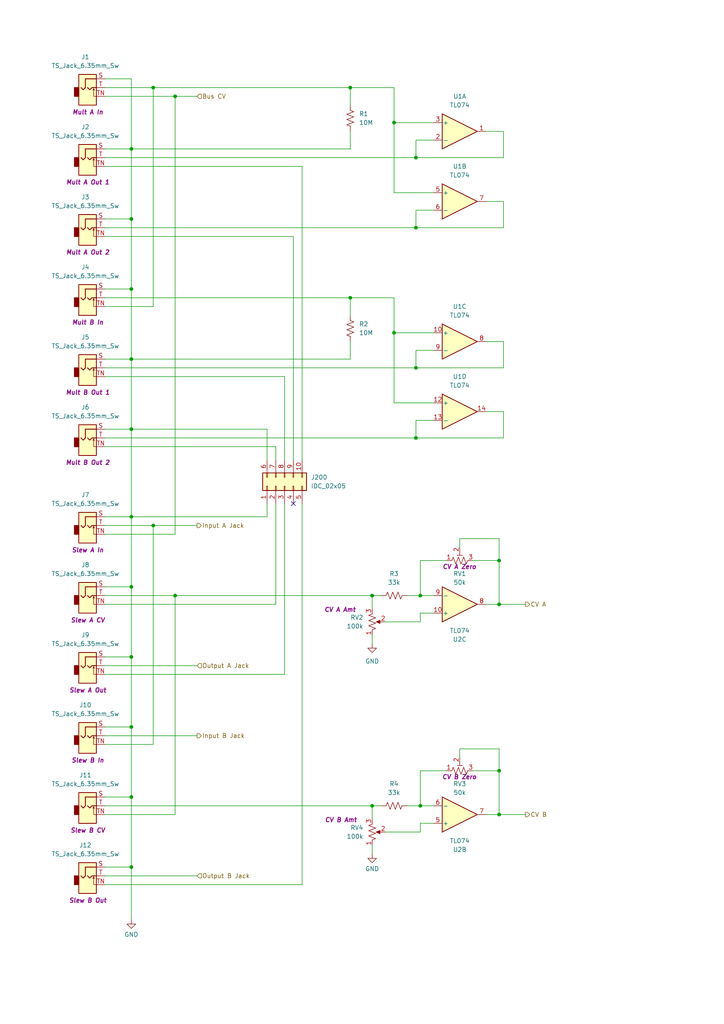
<source format=kicad_sch>
(kicad_sch (version 20250114) (generator "eeschema") (generator_version "9.0")
  (paper "A4" portrait)
  (title_block (company "DMH Instruments") (comment 1 "PCB for 5 cm Kosmo format synthesizer module"))
  (lib_symbols
    (symbol "Amplifier_Operational:TL074" (pin_names (offset 0.127))
      (property "Reference" "U" (at 0 5.08 0))
      (property "Value" "TL074" (at 0 -5.08 0))
      (symbol "TL074_1_1"
        (polyline (pts (xy -5.08 5.08) (xy 5.08 0) (xy -5.08 -5.08) (xy -5.08 5.08)) (stroke (width 0.254)) (fill (type background)))
        (pin input line (at -7.62 2.54 0) (length 2.54) (name "+") (number "3"))
        (pin input line (at -7.62 -2.54 0) (length 2.54) (name "-") (number "2"))
        (pin output line (at 7.62 0 180) (length 2.54) (name "~") (number "1"))
      )
      (symbol "TL074_2_1"
        (polyline (pts (xy -5.08 5.08) (xy 5.08 0) (xy -5.08 -5.08) (xy -5.08 5.08)) (stroke (width 0.254)) (fill (type background)))
        (pin input line (at -7.62 2.54 0) (length 2.54) (name "+") (number "5"))
        (pin input line (at -7.62 -2.54 0) (length 2.54) (name "-") (number "6"))
        (pin output line (at 7.62 0 180) (length 2.54) (name "~") (number "7"))
      )
      (symbol "TL074_3_1"
        (polyline (pts (xy -5.08 5.08) (xy 5.08 0) (xy -5.08 -5.08) (xy -5.08 5.08)) (stroke (width 0.254)) (fill (type background)))
        (pin input line (at -7.62 2.54 0) (length 2.54) (name "+") (number "10"))
        (pin input line (at -7.62 -2.54 0) (length 2.54) (name "-") (number "9"))
        (pin output line (at 7.62 0 180) (length 2.54) (name "~") (number "8"))
      )
      (symbol "TL074_4_1"
        (polyline (pts (xy -5.08 5.08) (xy 5.08 0) (xy -5.08 -5.08) (xy -5.08 5.08)) (stroke (width 0.254)) (fill (type background)))
        (pin input line (at -7.62 2.54 0) (length 2.54) (name "+") (number "12"))
        (pin input line (at -7.62 -2.54 0) (length 2.54) (name "-") (number "13"))
        (pin output line (at 7.62 0 180) (length 2.54) (name "~") (number "14"))
      )
      (symbol "TL074_5_1"
        (pin power_in line (at -2.54 7.62 270) (length 3.81) (name "V+") (number "4"))
        (pin power_in line (at -2.54 -7.62 90) (length 3.81) (name "V-") (number "11"))
      )
    )
    (symbol "Device:R_Potentiometer_Trim_US" (pin_names (offset 1.016) (hide yes))
      (property "Reference" "RV" (at -4.445 0 90))
      (property "Value" "R_Potentiometer_Trim_US" (at -2.54 0 90))
      (symbol "R_Potentiometer_Trim_US_0_1"
        (polyline (pts (xy 0 2.286) (xy 0 2.54)))
        (polyline (pts (xy 0 2.286) (xy 1.016 1.905) (xy 0 1.524) (xy -1.016 1.143) (xy 0 0.762)))
        (polyline (pts (xy 0 0.762) (xy 1.016 0.381) (xy 0 0) (xy -1.016 -0.381) (xy 0 -0.762)))
        (polyline (pts (xy 0 -0.762) (xy 1.016 -1.143) (xy 0 -1.524) (xy -1.016 -1.905) (xy 0 -2.286)))
        (polyline (pts (xy 0 -2.286) (xy 0 -2.54)))
        (polyline (pts (xy 1.524 0.762) (xy 1.524 -0.762)))
        (polyline (pts (xy 2.54 0) (xy 1.524 0)))
      )
      (symbol "R_Potentiometer_Trim_US_1_1"
        (pin passive line (at 0 3.81 270) (length 1.27) (name "1") (number "1"))
        (pin passive line (at 0 -3.81 90) (length 1.27) (name "3") (number "3"))
        (pin passive line (at 3.81 0 180) (length 1.27) (name "2") (number "2"))
      )
    )
    (symbol "Device:R_Potentiometer_US" (pin_names (offset 1.016) (hide yes))
      (property "Reference" "RV" (at -4.445 0 90))
      (property "Value" "R_Potentiometer_US" (at -2.54 0 90))
      (symbol "R_Potentiometer_US_0_1"
        (polyline (pts (xy 0 2.54) (xy 0 2.286)))
        (polyline (pts (xy 0 2.286) (xy 1.016 1.905) (xy 0 1.524) (xy -1.016 1.143) (xy 0 0.762)))
        (polyline (pts (xy 0 0.762) (xy 1.016 0.381) (xy 0 0) (xy -1.016 -0.381) (xy 0 -0.762)))
        (polyline (pts (xy 0 -0.762) (xy 1.016 -1.143) (xy 0 -1.524) (xy -1.016 -1.905) (xy 0 -2.286)))
        (polyline (pts (xy 0 -2.286) (xy 0 -2.54)))
        (polyline (pts (xy 1.143 0) (xy 2.286 0.508) (xy 2.286 -0.508) (xy 1.143 0)) (fill (type outline)))
        (polyline (pts (xy 2.54 0) (xy 1.524 0)))
      )
      (symbol "R_Potentiometer_US_1_1"
        (pin passive line (at 0 3.81 270) (length 1.27) (name "1") (number "1"))
        (pin passive line (at 0 -3.81 90) (length 1.27) (name "3") (number "3"))
        (pin passive line (at 3.81 0 180) (length 1.27) (name "2") (number "2"))
      )
    )
    (symbol "Device:R_US" (pin_numbers (hide yes)) (pin_names (offset 0))
      (property "Reference" "R" (at 2.54 0 90))
      (property "Value" "R_US" (at -2.54 0 90))
      (symbol "R_US_0_1"
        (polyline (pts (xy 0 2.286) (xy 0 2.54)))
        (polyline (pts (xy 0 2.286) (xy 1.016 1.905) (xy 0 1.524) (xy -1.016 1.143) (xy 0 0.762)))
        (polyline (pts (xy 0 0.762) (xy 1.016 0.381) (xy 0 0) (xy -1.016 -0.381) (xy 0 -0.762)))
        (polyline (pts (xy 0 -0.762) (xy 1.016 -1.143) (xy 0 -1.524) (xy -1.016 -1.905) (xy 0 -2.286)))
        (polyline (pts (xy 0 -2.286) (xy 0 -2.54)))
      )
      (symbol "R_US_1_1"
        (pin passive line (at 0 3.81 270) (length 1.27) (name "~") (number "1"))
        (pin passive line (at 0 -3.81 90) (length 1.27) (name "~") (number "2"))
      )
    )
    (symbol "SynthStuff:BackBone_Connector_10Pin" (pin_names (offset 1.016) (hide yes))
      (property "Reference" "J" (at 0 -10.922 0))
      (property "Value" "IDC_02x05" (at 0 -8.382 0))
      (symbol "BackBone_Connector_10Pin_1_1"
        (rectangle (start -2.54 6.35) (end 2.54 -6.35) (stroke (width 0.254)) (fill (type background)))
        (rectangle (start -2.54 5.207) (end -1.27 4.953) (stroke (width 0.1524)))
        (rectangle (start -2.54 2.667) (end -1.27 2.413) (stroke (width 0.1524)))
        (rectangle (start -2.54 0.127) (end -1.27 -0.127) (stroke (width 0.1524)))
        (rectangle (start -2.54 -2.413) (end -1.27 -2.667) (stroke (width 0.1524)))
        (rectangle (start -2.54 -4.953) (end -1.27 -5.207) (stroke (width 0.1524)))
        (rectangle (start 2.54 5.207) (end 1.27 4.953) (stroke (width 0.1524)))
        (rectangle (start 2.54 2.667) (end 1.27 2.413) (stroke (width 0.1524)))
        (rectangle (start 2.54 0.127) (end 1.27 -0.127) (stroke (width 0.1524)))
        (rectangle (start 2.54 -2.413) (end 1.27 -2.667) (stroke (width 0.1524)))
        (rectangle (start 2.54 -4.953) (end 1.27 -5.207) (stroke (width 0.1524)))
        (pin passive line (at -6.35 5.08 0) (length 3.81) (name "Pin_1") (number "1"))
        (pin passive line (at -6.35 2.54 0) (length 3.81) (name "Pin_2") (number "2"))
        (pin passive line (at -6.35 0 0) (length 3.81) (name "Pin_3") (number "3"))
        (pin passive line (at -6.35 -2.54 0) (length 3.81) (name "Pin_4") (number "4"))
        (pin passive line (at -6.35 -5.08 0) (length 3.81) (name "Pin_5") (number "5"))
        (pin passive line (at 6.35 5.08 180) (length 3.81) (name "Pin_6") (number "6"))
        (pin passive line (at 6.35 2.54 180) (length 3.81) (name "Pin_7") (number "7"))
        (pin passive line (at 6.35 0 180) (length 3.81) (name "Pin_8") (number "8"))
        (pin passive line (at 6.35 -2.54 180) (length 3.81) (name "Pin_9") (number "9"))
        (pin passive line (at 6.35 -5.08 180) (length 3.81) (name "Pin_10") (number "10"))
      )
    )
    (symbol "SynthStuff:TS_Jack_6.35mm_Sw"
      (property "Reference" "J" (at -0.635 8.89 0))
      (property "Value" "TS_Jack_6.35mm_Sw" (at -0.635 6.35 0))
      (symbol "TS_Jack_6.35mm_Sw_0_1"
        (rectangle (start -2.54 0) (end -3.81 -2.54) (stroke (width 0.254)) (fill (type outline)))
        (polyline (pts (xy 0 0) (xy 0.635 -0.635) (xy 1.27 0) (xy 2.54 0)) (stroke (width 0.254)))
        (polyline (pts (xy 1.778 -0.254) (xy 2.032 -0.762)))
        (rectangle (start 2.54 3.81) (end -2.54 -5.08) (stroke (width 0.254)) (fill (type background)))
        (polyline (pts (xy 2.54 2.54) (xy -0.635 2.54) (xy -0.635 0) (xy -1.27 -0.635) (xy -1.905 0)) (stroke (width 0.254)))
        (polyline (pts (xy 2.54 -2.54) (xy 1.778 -2.54) (xy 1.778 -0.254) (xy 1.524 -0.762)))
      )
      (symbol "TS_Jack_6.35mm_Sw_1_1"
        (pin passive line (at 5.08 2.54 180) (length 2.54) (name "~") (number "S"))
        (pin passive line (at 5.08 0 180) (length 2.54) (name "~") (number "T"))
        (pin passive line (at 5.08 -2.54 180) (length 2.54) (name "~") (number "TN"))
      )
    )
    (symbol "power:GND" (power) (pin_numbers (hide yes)) (pin_names (offset 0) (hide yes))
      (property "Value" "GND" (at 0 -3.81 0))
      (symbol "GND_0_1"
        (polyline (pts (xy 0 0) (xy 0 -1.27) (xy 1.27 -1.27) (xy 0 -2.54) (xy -1.27 -1.27) (xy 0 -1.27)))
      )
      (symbol "GND_1_1"
        (pin power_in line (at 0 0 270) (length 0) (name "~") (number "1"))
      )
    )
  )
  (junction (at 50.8 27.94))
  (junction (at 144.78 223.52))
  (junction (at 38.1 149.86))
  (junction (at 144.78 162.56))
  (junction (at 144.78 236.22))
  (junction (at 38.1 251.46))
  (junction (at 38.1 43.18))
  (junction (at 38.1 231.14))
  (junction (at 114.3 96.52))
  (junction (at 44.45 152.4))
  (junction (at 38.1 83.82))
  (junction (at 120.65 127))
  (junction (at 38.1 190.5))
  (junction (at 38.1 124.46))
  (junction (at 44.45 25.4))
  (junction (at 50.8 172.72))
  (junction (at 121.92 172.72))
  (junction (at 120.65 66.04))
  (junction (at 144.78 175.26))
  (junction (at 114.3 35.56))
  (junction (at 38.1 63.5))
  (junction (at 38.1 104.14))
  (junction (at 38.1 210.82))
  (junction (at 107.95 172.72))
  (junction (at 120.65 45.72))
  (junction (at 107.95 233.68))
  (junction (at 38.1 170.18))
  (junction (at 120.65 106.68))
  (junction (at 101.6 25.4))
  (junction (at 101.6 86.36))
  (junction (at 121.92 233.68))
  (no_connect (at 85.09 146.05))
  (wire (pts (xy 77.47 124.46) (xy 38.1 124.46)))
  (wire (pts (xy 125.73 101.6) (xy 120.65 101.6)))
  (wire (pts (xy 30.48 66.04) (xy 120.65 66.04)))
  (wire (pts (xy 38.1 251.46) (xy 38.1 231.14)))
  (wire (pts (xy 30.48 109.22) (xy 82.55 109.22)))
  (wire (pts (xy 30.48 172.72) (xy 50.8 172.72)))
  (wire (pts (xy 30.48 190.5) (xy 38.1 190.5)))
  (wire (pts (xy 82.55 195.58) (xy 82.55 146.05)))
  (wire (pts (xy 77.47 133.35) (xy 77.47 124.46)))
  (wire (pts (xy 30.48 233.68) (xy 107.95 233.68)))
  (wire (pts (xy 30.48 175.26) (xy 80.01 175.26)))
  (wire (pts (xy 30.48 25.4) (xy 44.45 25.4)))
  (wire (pts (xy 144.78 217.17) (xy 144.78 223.52)))
  (wire (pts (xy 114.3 55.88) (xy 114.3 35.56)))
  (wire (pts (xy 30.48 106.68) (xy 120.65 106.68)))
  (wire (pts (xy 146.05 38.1) (xy 140.97 38.1)))
  (wire (pts (xy 121.92 238.76) (xy 125.73 238.76)))
  (wire (pts (xy 111.76 241.3) (xy 121.92 241.3)))
  (wire (pts (xy 118.11 172.72) (xy 121.92 172.72)))
  (wire (pts (xy 30.48 129.54) (xy 80.01 129.54)))
  (wire (pts (xy 38.1 170.18) (xy 38.1 149.86)))
  (wire (pts (xy 125.73 96.52) (xy 114.3 96.52)))
  (wire (pts (xy 30.48 251.46) (xy 38.1 251.46)))
  (wire (pts (xy 30.48 231.14) (xy 38.1 231.14)))
  (wire (pts (xy 30.48 195.58) (xy 82.55 195.58)))
  (wire (pts (xy 146.05 106.68) (xy 146.05 99.06)))
  (wire (pts (xy 30.48 43.18) (xy 38.1 43.18)))
  (wire (pts (xy 30.48 236.22) (xy 50.8 236.22)))
  (wire (pts (xy 30.48 63.5) (xy 38.1 63.5)))
  (wire (pts (xy 85.09 68.58) (xy 85.09 133.35)))
  (wire (pts (xy 120.65 101.6) (xy 120.65 106.68)))
  (wire (pts (xy 80.01 175.26) (xy 80.01 146.05)))
  (wire (pts (xy 146.05 127) (xy 146.05 119.38)))
  (wire (pts (xy 114.3 116.84) (xy 114.3 96.52)))
  (wire (pts (xy 30.48 68.58) (xy 85.09 68.58)))
  (wire (pts (xy 101.6 104.14) (xy 38.1 104.14)))
  (wire (pts (xy 146.05 119.38) (xy 140.97 119.38)))
  (wire (pts (xy 87.63 256.54) (xy 87.63 146.05)))
  (wire (pts (xy 144.78 162.56) (xy 144.78 175.26)))
  (wire (pts (xy 146.05 66.04) (xy 146.05 58.42)))
  (wire (pts (xy 120.65 127) (xy 146.05 127)))
  (wire (pts (xy 125.73 60.96) (xy 120.65 60.96)))
  (wire (pts (xy 80.01 129.54) (xy 80.01 133.35)))
  (wire (pts (xy 50.8 154.94) (xy 50.8 27.94)))
  (wire (pts (xy 44.45 88.9) (xy 44.45 25.4)))
  (wire (pts (xy 125.73 55.88) (xy 114.3 55.88)))
  (wire (pts (xy 121.92 233.68) (xy 125.73 233.68)))
  (wire (pts (xy 121.92 162.56) (xy 121.92 172.72)))
  (wire (pts (xy 120.65 66.04) (xy 146.05 66.04)))
  (wire (pts (xy 30.48 213.36) (xy 57.15 213.36)))
  (wire (pts (xy 114.3 35.56) (xy 125.73 35.56)))
  (wire (pts (xy 107.95 233.68) (xy 110.49 233.68)))
  (wire (pts (xy 101.6 25.4) (xy 114.3 25.4)))
  (wire (pts (xy 114.3 35.56) (xy 114.3 25.4)))
  (wire (pts (xy 146.05 45.72) (xy 146.05 38.1)))
  (wire (pts (xy 144.78 175.26) (xy 152.4 175.26)))
  (wire (pts (xy 120.65 121.92) (xy 120.65 127)))
  (wire (pts (xy 30.48 170.18) (xy 38.1 170.18)))
  (wire (pts (xy 50.8 172.72) (xy 107.95 172.72)))
  (wire (pts (xy 144.78 156.21) (xy 144.78 162.56)))
  (wire (pts (xy 87.63 48.26) (xy 87.63 133.35)))
  (wire (pts (xy 30.48 83.82) (xy 38.1 83.82)))
  (wire (pts (xy 38.1 63.5) (xy 38.1 43.18)))
  (wire (pts (xy 121.92 180.34) (xy 121.92 177.8)))
  (wire (pts (xy 120.65 40.64) (xy 120.65 45.72)))
  (wire (pts (xy 121.92 223.52) (xy 129.54 223.52)))
  (wire (pts (xy 50.8 27.94) (xy 57.15 27.94)))
  (wire (pts (xy 101.6 30.48) (xy 101.6 25.4)))
  (wire (pts (xy 146.05 58.42) (xy 140.97 58.42)))
  (wire (pts (xy 137.16 223.52) (xy 144.78 223.52)))
  (wire (pts (xy 30.48 256.54) (xy 87.63 256.54)))
  (wire (pts (xy 38.1 124.46) (xy 38.1 104.14)))
  (wire (pts (xy 121.92 172.72) (xy 125.73 172.72)))
  (wire (pts (xy 146.05 99.06) (xy 140.97 99.06)))
  (wire (pts (xy 133.35 217.17) (xy 144.78 217.17)))
  (wire (pts (xy 30.48 210.82) (xy 38.1 210.82)))
  (wire (pts (xy 107.95 233.68) (xy 107.95 237.49)))
  (wire (pts (xy 144.78 236.22) (xy 152.4 236.22)))
  (wire (pts (xy 30.48 88.9) (xy 44.45 88.9)))
  (wire (pts (xy 30.48 154.94) (xy 50.8 154.94)))
  (wire (pts (xy 38.1 149.86) (xy 38.1 124.46)))
  (wire (pts (xy 120.65 106.68) (xy 146.05 106.68)))
  (wire (pts (xy 111.76 180.34) (xy 121.92 180.34)))
  (wire (pts (xy 38.1 104.14) (xy 38.1 83.82)))
  (wire (pts (xy 133.35 158.75) (xy 133.35 156.21)))
  (wire (pts (xy 118.11 233.68) (xy 121.92 233.68)))
  (wire (pts (xy 101.6 43.18) (xy 38.1 43.18)))
  (wire (pts (xy 125.73 121.92) (xy 120.65 121.92)))
  (wire (pts (xy 30.48 104.14) (xy 38.1 104.14)))
  (wire (pts (xy 133.35 156.21) (xy 144.78 156.21)))
  (wire (pts (xy 114.3 86.36) (xy 101.6 86.36)))
  (wire (pts (xy 44.45 25.4) (xy 101.6 25.4)))
  (wire (pts (xy 38.1 231.14) (xy 38.1 210.82)))
  (wire (pts (xy 101.6 99.06) (xy 101.6 104.14)))
  (wire (pts (xy 121.92 223.52) (xy 121.92 233.68)))
  (wire (pts (xy 30.48 48.26) (xy 87.63 48.26)))
  (wire (pts (xy 107.95 172.72) (xy 110.49 172.72)))
  (wire (pts (xy 144.78 175.26) (xy 140.97 175.26)))
  (wire (pts (xy 30.48 27.94) (xy 50.8 27.94)))
  (wire (pts (xy 30.48 149.86) (xy 38.1 149.86)))
  (wire (pts (xy 144.78 236.22) (xy 140.97 236.22)))
  (wire (pts (xy 38.1 83.82) (xy 38.1 63.5)))
  (wire (pts (xy 82.55 109.22) (xy 82.55 133.35)))
  (wire (pts (xy 107.95 184.15) (xy 107.95 186.69)))
  (wire (pts (xy 38.1 149.86) (xy 77.47 149.86)))
  (wire (pts (xy 125.73 40.64) (xy 120.65 40.64)))
  (wire (pts (xy 30.48 254) (xy 57.15 254)))
  (wire (pts (xy 38.1 22.86) (xy 30.48 22.86)))
  (wire (pts (xy 30.48 124.46) (xy 38.1 124.46)))
  (wire (pts (xy 107.95 245.11) (xy 107.95 247.65)))
  (wire (pts (xy 125.73 116.84) (xy 114.3 116.84)))
  (wire (pts (xy 144.78 223.52) (xy 144.78 236.22)))
  (wire (pts (xy 38.1 43.18) (xy 38.1 22.86)))
  (wire (pts (xy 44.45 152.4) (xy 57.15 152.4)))
  (wire (pts (xy 44.45 215.9) (xy 30.48 215.9)))
  (wire (pts (xy 120.65 60.96) (xy 120.65 66.04)))
  (wire (pts (xy 101.6 38.1) (xy 101.6 43.18)))
  (wire (pts (xy 101.6 86.36) (xy 101.6 91.44)))
  (wire (pts (xy 114.3 96.52) (xy 114.3 86.36)))
  (wire (pts (xy 107.95 172.72) (xy 107.95 176.53)))
  (wire (pts (xy 30.48 152.4) (xy 44.45 152.4)))
  (wire (pts (xy 44.45 152.4) (xy 44.45 215.9)))
  (wire (pts (xy 30.48 45.72) (xy 120.65 45.72)))
  (wire (pts (xy 121.92 162.56) (xy 129.54 162.56)))
  (wire (pts (xy 30.48 127) (xy 120.65 127)))
  (wire (pts (xy 30.48 86.36) (xy 101.6 86.36)))
  (wire (pts (xy 137.16 162.56) (xy 144.78 162.56)))
  (wire (pts (xy 38.1 266.7) (xy 38.1 251.46)))
  (wire (pts (xy 133.35 219.71) (xy 133.35 217.17)))
  (wire (pts (xy 38.1 210.82) (xy 38.1 190.5)))
  (wire (pts (xy 121.92 177.8) (xy 125.73 177.8)))
  (wire (pts (xy 121.92 241.3) (xy 121.92 238.76)))
  (wire (pts (xy 50.8 236.22) (xy 50.8 172.72)))
  (wire (pts (xy 30.48 193.04) (xy 57.15 193.04)))
  (wire (pts (xy 38.1 190.5) (xy 38.1 170.18)))
  (wire (pts (xy 77.47 146.05) (xy 77.47 149.86)))
  (wire (pts (xy 120.65 45.72) (xy 146.05 45.72)))
  (hierarchical_label "Output A Jack" (shape input) (at 57.15 193.04 0))
  (hierarchical_label "CV B" (shape output) (at 152.4 236.22 0))
  (hierarchical_label "Input B Jack" (shape output) (at 57.15 213.36 0))
  (hierarchical_label "CV A" (shape output) (at 152.4 175.26 0))
  (hierarchical_label "Output B Jack" (shape input) (at 57.15 254 0))
  (hierarchical_label "Input A Jack" (shape output) (at 57.15 152.4 0))
  (hierarchical_label "Bus CV" (shape input) (at 57.15 27.94 0))
  (symbol (lib_id "SynthStuff:TS_Jack_6.35mm_Sw") (at 25.4 233.68 0) (unit 1)
    (property "Reference" "J11" (at 24.765 224.79 0))
    (property "Value" "TS_Jack_6.35mm_Sw" (at 24.765 227.33 0))
    (property "Footprint" "SynthStuff:CUI_MJ-63052A" (effects (hide yes)))
    (property "Description" "Audio Jack, 2 Poles (Mono / TS), Switched T Pole (Normalling), 6.35mm, 1/4inch" (effects (hide yes)))
    (property "Function" "Slew B CV" (at 25.4 240.792 0) (effects (font (thickness 0.254) (bold yes) (italic yes))))
  )
  (symbol (lib_id "Amplifier_Operational:TL074") (at 133.35 236.22 0) (mirror x) (unit 2) (on_board no)
    (property "Reference" "U2" (at 133.35 246.38 0))
    (property "Value" "TL074" (at 133.35 243.84 0))
    (property "Footprint" "Package_DIP:DIP-14_W7.62mm_Socket" (effects (hide yes)))
    (property "Datasheet" "http://www.ti.com/lit/ds/symlink/tl071.pdf" (effects (hide yes)))
    (property "Description" "Quad Low-Noise JFET-Input Operational Amplifiers, DIP-14/SOIC-14" (effects (hide yes)))
  )
  (symbol (lib_id "Device:R_US") (at 114.3 233.68 90) (unit 1) (on_board no)
    (property "Reference" "R4" (at 114.3 227.33 90))
    (property "Value" "33k" (at 114.3 229.87 90))
    (property "Footprint" "Resistor_THT:R_Axial_DIN0207_L6.3mm_D2.5mm_P7.62mm_Horizontal" (effects (hide yes)))
    (property "Description" "Resistor, US symbol" (effects (hide yes)))
  )
  (symbol (lib_id "Device:R_US") (at 101.6 34.29 180) (unit 1) (on_board no)
    (property "Reference" "R1" (at 104.14 33.0199 0) (effects (justify right)))
    (property "Value" "10M" (at 104.14 35.5599 0) (effects (justify right)))
    (property "Footprint" "Resistor_THT:R_Axial_DIN0207_L6.3mm_D2.5mm_P7.62mm_Horizontal" (effects (hide yes)))
    (property "Description" "Resistor, US symbol" (effects (hide yes)))
  )
  (symbol (lib_id "SynthStuff:TS_Jack_6.35mm_Sw") (at 25.4 254 0) (unit 1)
    (property "Reference" "J12" (at 24.765 245.11 0))
    (property "Value" "TS_Jack_6.35mm_Sw" (at 24.765 247.65 0))
    (property "Footprint" "SynthStuff:CUI_MJ-63052A" (effects (hide yes)))
    (property "Description" "Audio Jack, 2 Poles (Mono / TS), Switched T Pole (Normalling), 6.35mm, 1/4inch" (effects (hide yes)))
    (property "Function" "Slew B Out" (at 25.4 261.112 0) (effects (font (thickness 0.254) (bold yes) (italic yes))))
  )
  (symbol (lib_id "Amplifier_Operational:TL074") (at 133.35 119.38 0) (unit 4)
    (property "Reference" "U1" (at 133.35 109.22 0))
    (property "Value" "TL074" (at 133.35 111.76 0))
    (property "Footprint" "Package_DIP:DIP-14_W7.62mm_Socket" (effects (hide yes)))
    (property "Datasheet" "http://www.ti.com/lit/ds/symlink/tl071.pdf" (effects (hide yes)))
    (property "Description" "Quad Low-Noise JFET-Input Operational Amplifiers, DIP-14/SOIC-14" (effects (hide yes)))
  )
  (symbol (lib_id "SynthStuff:BackBone_Connector_10Pin") (at 82.55 139.7 90) (unit 1)
    (property "Reference" "J200" (at 90.17 138.4299 90) (effects (justify right)))
    (property "Value" "IDC_02x05" (at 90.17 140.9699 90) (effects (justify right)))
    (property "Footprint" "SynthStuff:IDC-Header_2x05_P2.54mm_Vertical_BackBone" (effects (hide yes)))
    (property "Description" "IDC jack, 2x5 pins, row a carries same signals as row b." (effects (hide yes)))
  )
  (symbol (lib_id "Amplifier_Operational:TL074") (at 133.35 58.42 0) (unit 2)
    (property "Reference" "U1" (at 133.35 48.26 0))
    (property "Value" "TL074" (at 133.35 50.8 0))
    (property "Footprint" "Package_DIP:DIP-14_W7.62mm_Socket" (effects (hide yes)))
    (property "Datasheet" "http://www.ti.com/lit/ds/symlink/tl071.pdf" (effects (hide yes)))
    (property "Description" "Quad Low-Noise JFET-Input Operational Amplifiers, DIP-14/SOIC-14" (effects (hide yes)))
  )
  (symbol (lib_id "SynthStuff:TS_Jack_6.35mm_Sw") (at 25.4 172.72 0) (unit 1)
    (property "Reference" "J8" (at 24.765 163.83 0))
    (property "Value" "TS_Jack_6.35mm_Sw" (at 24.765 166.37 0))
    (property "Footprint" "SynthStuff:CUI_MJ-63052A" (effects (hide yes)))
    (property "Description" "Audio Jack, 2 Poles (Mono / TS), Switched T Pole (Normalling), 6.35mm, 1/4inch" (effects (hide yes)))
    (property "Function" "Slew A CV" (at 25.4 179.832 0) (effects (font (thickness 0.254) (bold yes) (italic yes))))
  )
  (symbol (lib_id "Device:R_US") (at 114.3 172.72 90) (unit 1) (on_board no)
    (property "Reference" "R3" (at 114.3 166.37 90))
    (property "Value" "33k" (at 114.3 168.91 90))
    (property "Footprint" "Resistor_THT:R_Axial_DIN0207_L6.3mm_D2.5mm_P7.62mm_Horizontal" (effects (hide yes)))
    (property "Description" "Resistor, US symbol" (effects (hide yes)))
  )
  (symbol (lib_id "Device:R_Potentiometer_Trim_US") (at 133.35 162.56 90) (unit 1) (on_board no)
    (property "Reference" "RV1" (at 133.35 166.37 90))
    (property "Value" "50k" (at 133.35 168.91 90))
    (property "Footprint" "Potentiometer_THT:Potentiometer_Bourns_3296X_Horizontal" (effects (hide yes)))
    (property "Description" "Trim-potentiometer, US symbol" (effects (hide yes)))
    (property "Function" "CV A Zero" (at 133.35 164.338 90) (effects (font (thickness 0.254) (bold yes) (italic yes))))
  )
  (symbol (lib_id "SynthStuff:TS_Jack_6.35mm_Sw") (at 25.4 106.68 0) (unit 1)
    (property "Reference" "J5" (at 24.765 97.79 0))
    (property "Value" "TS_Jack_6.35mm_Sw" (at 24.765 100.33 0))
    (property "Footprint" "SynthStuff:CUI_MJ-63052A" (effects (hide yes)))
    (property "Description" "Audio Jack, 2 Poles (Mono / TS), Switched T Pole (Normalling), 6.35mm, 1/4inch" (effects (hide yes)))
    (property "Function" "Mult B Out 1" (at 25.4 113.792 0) (effects (font (thickness 0.254) (bold yes) (italic yes))))
  )
  (symbol (lib_id "SynthStuff:TS_Jack_6.35mm_Sw") (at 25.4 152.4 0) (unit 1)
    (property "Reference" "J7" (at 24.765 143.51 0))
    (property "Value" "TS_Jack_6.35mm_Sw" (at 24.765 146.05 0))
    (property "Footprint" "SynthStuff:CUI_MJ-63052A" (effects (hide yes)))
    (property "Description" "Audio Jack, 2 Poles (Mono / TS), Switched T Pole (Normalling), 6.35mm, 1/4inch" (effects (hide yes)))
    (property "Function" "Slew A In" (at 25.4 159.512 0) (effects (font (thickness 0.254) (bold yes) (italic yes))))
  )
  (symbol (lib_id "Amplifier_Operational:TL074") (at 133.35 38.1 0) (unit 1)
    (property "Reference" "U1" (at 133.35 27.94 0))
    (property "Value" "TL074" (at 133.35 30.48 0))
    (property "Footprint" "Package_DIP:DIP-14_W7.62mm_Socket" (effects (hide yes)))
    (property "Datasheet" "http://www.ti.com/lit/ds/symlink/tl071.pdf" (effects (hide yes)))
    (property "Description" "Quad Low-Noise JFET-Input Operational Amplifiers, DIP-14/SOIC-14" (effects (hide yes)))
  )
  (symbol (lib_id "SynthStuff:TS_Jack_6.35mm_Sw") (at 25.4 127 0) (unit 1)
    (property "Reference" "J6" (at 24.765 118.11 0))
    (property "Value" "TS_Jack_6.35mm_Sw" (at 24.765 120.65 0))
    (property "Footprint" "SynthStuff:CUI_MJ-63052A" (effects (hide yes)))
    (property "Description" "Audio Jack, 2 Poles (Mono / TS), Switched T Pole (Normalling), 6.35mm, 1/4inch" (effects (hide yes)))
    (property "Function" "Mult B Out 2" (at 25.4 134.112 0) (effects (font (thickness 0.254) (bold yes) (italic yes))))
  )
  (symbol (lib_id "power:GND") (at 38.1 266.7 0) (unit 1) (on_board no)
    (property "Reference" "#PWR03" (effects (hide yes)))
    (property "Value" "GND" (at 38.1 271.018 0))
    (property "Description" "Power symbol creates a global label with name \"GND\" , ground" (effects (hide yes)))
  )
  (symbol (lib_id "Device:R_Potentiometer_US") (at 107.95 241.3 0) (mirror x) (unit 1) (on_board no)
    (property "Reference" "RV4" (at 105.41 240.0299 0) (effects (justify right)))
    (property "Value" "100k" (at 105.41 242.5699 0) (effects (justify right)))
    (property "Footprint" "SynthStuff:Potentiometer_TT_P110KH1" (effects (hide yes)))
    (property "Description" "Potentiometer, US symbol" (effects (hide yes)))
    (property "Function" "CV B Amt" (at 98.806 237.744 0) (effects (font (thickness 0.254) (bold yes) (italic yes))))
  )
  (symbol (lib_id "Device:R_Potentiometer_Trim_US") (at 133.35 223.52 90) (unit 1) (on_board no)
    (property "Reference" "RV3" (at 133.35 227.33 90))
    (property "Value" "50k" (at 133.35 229.87 90))
    (property "Footprint" "Potentiometer_THT:Potentiometer_Bourns_3296X_Horizontal" (effects (hide yes)))
    (property "Description" "Trim-potentiometer, US symbol" (effects (hide yes)))
    (property "Function" "CV B Zero" (at 133.35 225.298 90) (effects (font (thickness 0.254) (bold yes) (italic yes))))
  )
  (symbol (lib_id "Device:R_US") (at 101.6 95.25 180) (unit 1) (on_board no)
    (property "Reference" "R2" (at 104.14 93.9799 0) (effects (justify right)))
    (property "Value" "10M" (at 104.14 96.5199 0) (effects (justify right)))
    (property "Footprint" "Resistor_THT:R_Axial_DIN0207_L6.3mm_D2.5mm_P7.62mm_Horizontal" (effects (hide yes)))
    (property "Description" "Resistor, US symbol" (effects (hide yes)))
  )
  (symbol (lib_id "power:GND") (at 107.95 247.65 0) (unit 1) (on_board no)
    (property "Reference" "#PWR088" (effects (hide yes)))
    (property "Value" "GND" (at 107.95 251.968 0))
    (property "Description" "Power symbol creates a global label with name \"GND\" , ground" (effects (hide yes)))
  )
  (symbol (lib_id "Amplifier_Operational:TL074") (at 133.35 175.26 0) (mirror x) (unit 3) (on_board no)
    (property "Reference" "U2" (at 133.35 185.42 0))
    (property "Value" "TL074" (at 133.35 182.88 0))
    (property "Footprint" "Package_DIP:DIP-14_W7.62mm_Socket" (effects (hide yes)))
    (property "Datasheet" "http://www.ti.com/lit/ds/symlink/tl071.pdf" (effects (hide yes)))
    (property "Description" "Quad Low-Noise JFET-Input Operational Amplifiers, DIP-14/SOIC-14" (effects (hide yes)))
  )
  (symbol (lib_id "SynthStuff:TS_Jack_6.35mm_Sw") (at 25.4 66.04 0) (unit 1)
    (property "Reference" "J3" (at 24.765 57.15 0))
    (property "Value" "TS_Jack_6.35mm_Sw" (at 24.765 59.69 0))
    (property "Footprint" "SynthStuff:CUI_MJ-63052A" (effects (hide yes)))
    (property "Description" "Audio Jack, 2 Poles (Mono / TS), Switched T Pole (Normalling), 6.35mm, 1/4inch" (effects (hide yes)))
    (property "Function" "Mult A Out 2" (at 25.4 73.152 0) (effects (font (thickness 0.254) (bold yes) (italic yes))))
  )
  (symbol (lib_id "SynthStuff:TS_Jack_6.35mm_Sw") (at 25.4 193.04 0) (unit 1)
    (property "Reference" "J9" (at 24.765 184.15 0))
    (property "Value" "TS_Jack_6.35mm_Sw" (at 24.765 186.69 0))
    (property "Footprint" "SynthStuff:CUI_MJ-63052A" (effects (hide yes)))
    (property "Description" "Audio Jack, 2 Poles (Mono / TS), Switched T Pole (Normalling), 6.35mm, 1/4inch" (effects (hide yes)))
    (property "Function" "Slew A Out" (at 25.4 200.152 0) (effects (font (thickness 0.254) (bold yes) (italic yes))))
  )
  (symbol (lib_id "Amplifier_Operational:TL074") (at 133.35 99.06 0) (unit 3)
    (property "Reference" "U1" (at 133.35 88.9 0))
    (property "Value" "TL074" (at 133.35 91.44 0))
    (property "Footprint" "Package_DIP:DIP-14_W7.62mm_Socket" (effects (hide yes)))
    (property "Datasheet" "http://www.ti.com/lit/ds/symlink/tl071.pdf" (effects (hide yes)))
    (property "Description" "Quad Low-Noise JFET-Input Operational Amplifiers, DIP-14/SOIC-14" (effects (hide yes)))
  )
  (symbol (lib_id "SynthStuff:TS_Jack_6.35mm_Sw") (at 25.4 86.36 0) (unit 1)
    (property "Reference" "J4" (at 24.765 77.47 0))
    (property "Value" "TS_Jack_6.35mm_Sw" (at 24.765 80.01 0))
    (property "Footprint" "SynthStuff:CUI_MJ-63052A" (effects (hide yes)))
    (property "Description" "Audio Jack, 2 Poles (Mono / TS), Switched T Pole (Normalling), 6.35mm, 1/4inch" (effects (hide yes)))
    (property "Function" "Mult B In" (at 25.4 93.472 0) (effects (font (thickness 0.254) (bold yes) (italic yes))))
  )
  (symbol (lib_id "SynthStuff:TS_Jack_6.35mm_Sw") (at 25.4 25.4 0) (unit 1)
    (property "Reference" "J1" (at 24.765 16.51 0))
    (property "Value" "TS_Jack_6.35mm_Sw" (at 24.765 19.05 0))
    (property "Footprint" "SynthStuff:CUI_MJ-63052A" (effects (hide yes)))
    (property "Description" "Audio Jack, 2 Poles (Mono / TS), Switched T Pole (Normalling), 6.35mm, 1/4inch" (effects (hide yes)))
    (property "Function" "Mult A In" (at 25.4 32.512 0) (effects (font (thickness 0.254) (bold yes) (italic yes))))
  )
  (symbol (lib_id "SynthStuff:TS_Jack_6.35mm_Sw") (at 25.4 213.36 0) (unit 1)
    (property "Reference" "J10" (at 24.765 204.47 0))
    (property "Value" "TS_Jack_6.35mm_Sw" (at 24.765 207.01 0))
    (property "Footprint" "SynthStuff:CUI_MJ-63052A" (effects (hide yes)))
    (property "Description" "Audio Jack, 2 Poles (Mono / TS), Switched T Pole (Normalling), 6.35mm, 1/4inch" (effects (hide yes)))
    (property "Function" "Slew B In" (at 25.4 220.472 0) (effects (font (thickness 0.254) (bold yes) (italic yes))))
  )
  (symbol (lib_id "power:GND") (at 107.95 186.69 0) (unit 1) (on_board no)
    (property "Reference" "#PWR087" (effects (hide yes)))
    (property "Value" "GND" (at 107.95 191.77 0))
    (property "Description" "Power symbol creates a global label with name \"GND\" , ground" (effects (hide yes)))
  )
  (symbol (lib_id "SynthStuff:TS_Jack_6.35mm_Sw") (at 25.4 45.72 0) (unit 1)
    (property "Reference" "J2" (at 24.765 36.83 0))
    (property "Value" "TS_Jack_6.35mm_Sw" (at 24.765 39.37 0))
    (property "Footprint" "SynthStuff:CUI_MJ-63052A" (effects (hide yes)))
    (property "Description" "Audio Jack, 2 Poles (Mono / TS), Switched T Pole (Normalling), 6.35mm, 1/4inch" (effects (hide yes)))
    (property "Function" "Mult A Out 1" (at 25.4 52.832 0) (effects (font (thickness 0.254) (bold yes) (italic yes))))
  )
  (symbol (lib_id "Device:R_Potentiometer_US") (at 107.95 180.34 0) (mirror x) (unit 1) (on_board no)
    (property "Reference" "RV2" (at 105.41 179.0699 0) (effects (justify right)))
    (property "Value" "100k" (at 105.41 181.6099 0) (effects (justify right)))
    (property "Footprint" "SynthStuff:Potentiometer_TT_P110KH1" (effects (hide yes)))
    (property "Description" "Potentiometer, US symbol" (effects (hide yes)))
    (property "Function" "CV A Amt" (at 98.552 176.784 0) (effects (font (thickness 0.254) (bold yes) (italic yes))))
  )
)
</source>
